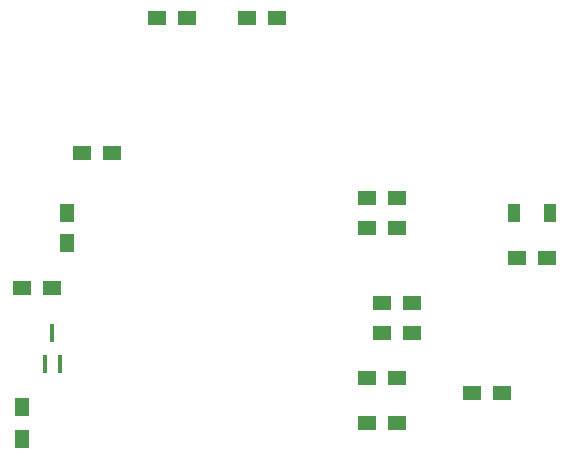
<source format=gbr>
G04 #@! TF.FileFunction,Paste,Top*
%FSLAX46Y46*%
G04 Gerber Fmt 4.6, Leading zero omitted, Abs format (unit mm)*
G04 Created by KiCad (PCBNEW 4.0.7) date 11/14/18 00:40:59*
%MOMM*%
%LPD*%
G01*
G04 APERTURE LIST*
%ADD10C,0.100000*%
%ADD11R,1.000000X1.600000*%
%ADD12R,1.500000X1.250000*%
%ADD13R,1.300000X1.500000*%
%ADD14R,0.450000X1.500000*%
%ADD15R,1.250000X1.500000*%
G04 APERTURE END LIST*
D10*
D11*
X65810000Y-46990000D03*
X68810000Y-46990000D03*
D12*
X43200000Y-30480000D03*
X45700000Y-30480000D03*
X38080000Y-30480000D03*
X35580000Y-30480000D03*
X55860000Y-48260000D03*
X53360000Y-48260000D03*
X55860000Y-45720000D03*
X53360000Y-45720000D03*
X57130000Y-54610000D03*
X54630000Y-54610000D03*
X57130000Y-57150000D03*
X54630000Y-57150000D03*
X26650000Y-53340000D03*
X24150000Y-53340000D03*
D13*
X24130000Y-63420000D03*
X24130000Y-66120000D03*
D14*
X26020000Y-59750000D03*
X27320000Y-59750000D03*
X26670000Y-57090000D03*
D12*
X66060000Y-50800000D03*
X68560000Y-50800000D03*
X29230000Y-41910000D03*
X31730000Y-41910000D03*
D15*
X27940000Y-47010000D03*
X27940000Y-49510000D03*
D12*
X53360000Y-60960000D03*
X55860000Y-60960000D03*
X53360000Y-64770000D03*
X55860000Y-64770000D03*
X62250000Y-62230000D03*
X64750000Y-62230000D03*
M02*

</source>
